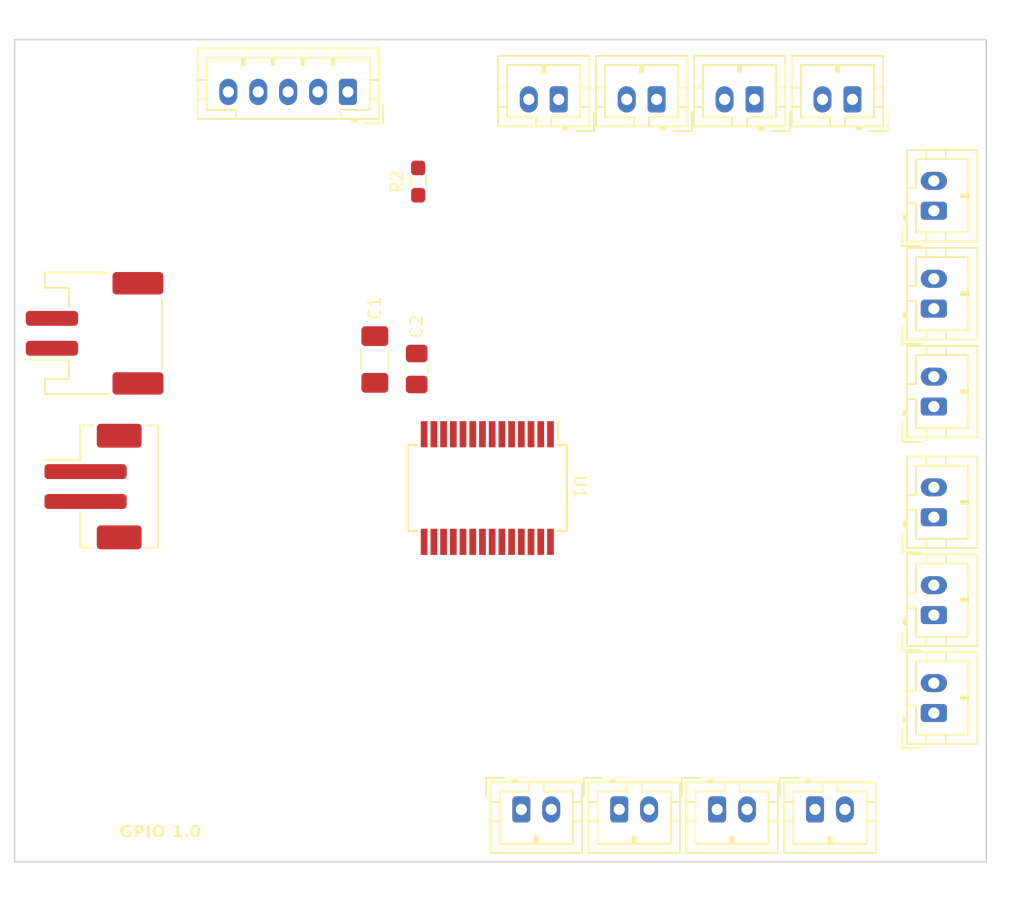
<source format=kicad_pcb>
(kicad_pcb (version 20240108) (generator "pcbnew") (generator_version "8.0")
  (layers (0 "F.Cu" signal) (31 "B.Cu" signal) (34 "B.Paste" user) (35 "F.Paste" user) (36 "B.SilkS" user "B.Silkscreen") (37 "F.SilkS" user "F.Silkscreen") (38 "B.Mask" user) (39 "F.Mask" user) (44 "Edge.Cuts" user))
  (net 0 "")
  (net 1 "GND")
  (net 2 "3V3")
  (net 3 "5V")
  (net 5 "SCL")
  (net 6 "SDA")
  (net 11 "INTB")
  (net 12 "INTA")
  (net 13 "GPA0")
  (net 14 "GPA1")
  (net 15 "GPA3")
  (net 16 "GPA4")
  (net 17 "GPA5")
  (net 18 "GPA6")
  (net 19 "GPA7")
  (net 20 "GPA2")
  (net 21 "GPB0")
  (net 22 "GPB1")
  (net 23 "GPB3")
  (net 24 "GPB4")
  (net 25 "GPB5")
  (net 26 "GPB6")
  (net 27 "GPB7")
  (net 28 "GPB2")
  (net 29 "RESET")
  (footprint "Connector_JST:JST_PH_B5B-PH-K_1x05_P2.00mm_Vertical" (layer "F.Cu") (at 108.2 67 180)
    (property "Reference" "J17" (hide yes))
    (property "Value" "Conn_01x05_Pin")
    (pad "1" thru_hole roundrect (at 0 0 180) (size 1.2 1.75) (drill 0.75) (layers "*.Cu" "*.Mask") (roundrect_rratio 0.2083333333) (net 5 "SCL"))
    (pad "2" thru_hole oval (at 2 0 180) (size 1.2 1.75) (drill 0.75) (layers "*.Cu" "*.Mask") (net 6 "SDA"))
    (pad "3" thru_hole oval (at 4 0 180) (size 1.2 1.75) (drill 0.75) (layers "*.Cu" "*.Mask") (net 11 "INTB"))
    (pad "4" thru_hole oval (at 6 0 180) (size 1.2 1.75) (drill 0.75) (layers "*.Cu" "*.Mask") (net 12 "INTA"))
    (pad "5" thru_hole oval (at 8 0 180) (size 1.2 1.75) (drill 0.75) (layers "*.Cu" "*.Mask") (net 29 "RESET"))
  )
  (footprint "Connector_JST:JST_PH_B2B-PH-K_1x02_P2.00mm_Vertical" (layer "F.Cu") (at 147.4 74.95 90)
    (property "Reference" "J7" (hide yes))
    (property "Value" "Conn_01x02_Pin")
    (pad "1" thru_hole roundrect (at 0 0 90) (size 1.2 1.75) (drill 0.75) (layers "*.Cu" "*.Mask") (roundrect_rratio 0.2083333333) (net 1 "GND"))
    (pad "2" thru_hole oval (at 2 0 90) (size 1.2 1.75) (drill 0.75) (layers "*.Cu" "*.Mask") (net 17 "GPA5"))
  )
  (footprint "Connector_JST:JST_PH_B2B-PH-K_1x02_P2.00mm_Vertical" (layer "F.Cu") (at 141.95 67.5 180)
    (property "Reference" "J6" (hide yes))
    (property "Value" "Conn_01x02_Pin")
    (pad "1" thru_hole roundrect (at 0 0 180) (size 1.2 1.75) (drill 0.75) (layers "*.Cu" "*.Mask") (roundrect_rratio 0.2083333333) (net 1 "GND"))
    (pad "2" thru_hole oval (at 2 0 180) (size 1.2 1.75) (drill 0.75) (layers "*.Cu" "*.Mask") (net 16 "GPA4"))
  )
  (footprint "Connector_JST:JST_PH_B2B-PH-K_1x02_P2.00mm_Vertical" (layer "F.Cu") (at 147.4 95.45 90)
    (property "Reference" "J10" (hide yes))
    (property "Value" "Conn_01x02_Pin")
    (pad "1" thru_hole roundrect (at 0 0 90) (size 1.2 1.75) (drill 0.75) (layers "*.Cu" "*.Mask") (roundrect_rratio 0.2083333333) (net 1 "GND"))
    (pad "2" thru_hole oval (at 2 0 90) (size 1.2 1.75) (drill 0.75) (layers "*.Cu" "*.Mask") (net 21 "GPB0"))
  )
  (footprint "MountingHole:MountingHole_3.2mm_M3" (layer "F.Cu") (at 88.4 66 90)
    (property "Reference" "H1" (hide yes))
    (property "Value" "MountingHole")
    (pad "" np_thru_hole circle (at 0 0 90) (size 3.2 3.2) (drill 3.2) (layers "*.Cu" "*.Mask"))
  )
  (footprint "MountingHole:MountingHole_3.2mm_M3" (layer "F.Cu") (at 88.4 116 90)
    (property "Reference" "H3" (hide yes))
    (property "Value" "MountingHole")
    (pad "" np_thru_hole circle (at 0 0 90) (size 3.2 3.2) (drill 3.2) (layers "*.Cu" "*.Mask"))
  )
  (footprint "MountingHole:MountingHole_3.2mm_M3" (layer "F.Cu") (at 148.4 66 90)
    (property "Reference" "H2" (hide yes))
    (property "Value" "MountingHole")
    (pad "" np_thru_hole circle (at 0 0 90) (size 3.2 3.2) (drill 3.2) (layers "*.Cu" "*.Mask"))
  )
  (footprint "Connector_JST:JST_PH_B2B-PH-K_1x02_P2.00mm_Vertical" (layer "F.Cu") (at 147.4 81.5 90)
    (property "Reference" "J8" (hide yes))
    (property "Value" "Conn_01x02_Pin")
    (pad "1" thru_hole roundrect (at 0 0 90) (size 1.2 1.75) (drill 0.75) (layers "*.Cu" "*.Mask") (roundrect_rratio 0.2083333333) (net 1 "GND"))
    (pad "2" thru_hole oval (at 2 0 90) (size 1.2 1.75) (drill 0.75) (layers "*.Cu" "*.Mask") (net 18 "GPA6"))
  )
  (footprint "Connector_JST:JST_PH_B2B-PH-K_1x02_P2.00mm_Vertical" (layer "F.Cu") (at 126.35 115)
    (property "Reference" "J15" (hide yes))
    (property "Value" "Conn_01x02_Pin")
    (pad "1" thru_hole roundrect (at 0 0) (size 1.2 1.75) (drill 0.75) (layers "*.Cu" "*.Mask") (roundrect_rratio 0.2083333333) (net 1 "GND"))
    (pad "2" thru_hole oval (at 2 0) (size 1.2 1.75) (drill 0.75) (layers "*.Cu" "*.Mask") (net 26 "GPB6"))
  )
  (footprint "Connector_JST:JST_PH_B2B-PH-K_1x02_P2.00mm_Vertical" (layer "F.Cu") (at 122.3 67.5 180)
    (property "Reference" "J1" (hide yes))
    (property "Value" "Conn_01x02_Pin")
    (pad "1" thru_hole roundrect (at 0 0 180) (size 1.2 1.75) (drill 0.75) (layers "*.Cu" "*.Mask") (roundrect_rratio 0.2083333333) (net 1 "GND"))
    (pad "2" thru_hole oval (at 2 0 180) (size 1.2 1.75) (drill 0.75) (layers "*.Cu" "*.Mask") (net 13 "GPA0"))
  )
  (footprint "Connector_JST:JST_PH_B2B-PH-K_1x02_P2.00mm_Vertical" (layer "F.Cu") (at 132.9 115)
    (property "Reference" "J14" (hide yes))
    (property "Value" "Conn_01x02_Pin")
    (pad "1" thru_hole roundrect (at 0 0) (size 1.2 1.75) (drill 0.75) (layers "*.Cu" "*.Mask") (roundrect_rratio 0.2083333333) (net 1 "GND"))
    (pad "2" thru_hole oval (at 2 0) (size 1.2 1.75) (drill 0.75) (layers "*.Cu" "*.Mask") (net 25 "GPB5"))
  )
  (footprint "Connector_JST:JST_PH_B2B-PH-K_1x02_P2.00mm_Vertical" (layer "F.Cu") (at 147.4 108.55 90)
    (property "Reference" "J12" (hide yes))
    (property "Value" "Conn_01x02_Pin")
    (pad "1" thru_hole roundrect (at 0 0 90) (size 1.2 1.75) (drill 0.75) (layers "*.Cu" "*.Mask") (roundrect_rratio 0.2083333333) (net 1 "GND"))
    (pad "2" thru_hole oval (at 2 0 90) (size 1.2 1.75) (drill 0.75) (layers "*.Cu" "*.Mask") (net 23 "GPB3"))
  )
  (footprint "Capacitor_SMD:C_0805_2012Metric_Pad1.18x1.45mm_HandSolder" (layer "F.Cu") (at 112.8 85.5375 -90)
    (property "Reference" "C2" (at -2.8375 0 90) (layer "F.SilkS") (effects (font (size 0.8 0.8) (thickness 0.1))))
    (property "Value" "10N")
    (pad "1" smd roundrect (at -1.0375 0 270) (size 1.175 1.45) (layers "F.Cu" "F.Paste" "F.Mask") (roundrect_rratio 0.2127659574) (net 1 "GND"))
    (pad "2" smd roundrect (at 1.0375 0 270) (size 1.175 1.45) (layers "F.Cu" "F.Paste" "F.Mask") (roundrect_rratio 0.2127659574) (net 2 "3V3"))
  )
  (footprint "Connector_JST:JST_PH_S2B-PH-SM4-TB_1x02-1MP_P2.00mm_Horizontal" (layer "F.Cu") (at 91.25 83.15 90)
    (property "Reference" "J3" (hide yes))
    (property "Value" "Conn_01x02_Pin")
    (pad "1" smd roundrect (at -1 -2.85 90) (size 1 3.5) (layers "F.Cu" "F.Paste" "F.Mask") (net 1 "GND"))
    (pad "2" smd roundrect (at 1 -2.85 90) (size 1 3.5) (layers "F.Cu" "F.Paste" "F.Mask") (net 2 "3V3"))
    (pad "MP" smd roundrect (at -3.35 2.9 90) (size 1.5 3.4) (layers "F.Cu" "F.Paste" "F.Mask") (roundrect_rratio 0.1666673333))
    (pad "MP" smd roundrect (at 3.35 2.9 90) (size 1.5 3.4) (layers "F.Cu" "F.Paste" "F.Mask") (roundrect_rratio 0.1666673333))
  )
  (footprint "Resistor_SMD:R_0603_1608Metric_Pad0.98x0.95mm_HandSolder" (layer "F.Cu") (at 112.9 73 90)
    (property "Reference" "R2" (at 0 -1.43 90) (layer "F.SilkS") (effects (font (size 0.8 0.8) (thickness 0.1))))
    (property "Value" "4.7K")
    (pad "1" smd roundrect (at -0.9125 0 90) (size 0.975 0.95) (layers "F.Cu" "F.Paste" "F.Mask") (net 1 "GND"))
    (pad "2" smd roundrect (at 0.9125 0 90) (size 0.975 0.95) (layers "F.Cu" "F.Paste" "F.Mask") (net 29 "RESET"))
  )
  (footprint "Capacitor_SMD:C_1206_3216Metric_Pad1.33x1.80mm_HandSolder" (layer "F.Cu") (at 110 84.9 -90)
    (property "Reference" "C1" (at -3.4375 0.02 90) (layer "F.SilkS") (effects (font (size 0.8 0.8) (thickness 0.1))))
    (property "Value" "10U")
    (pad "1" smd roundrect (at -1.5625 0 270) (size 1.325 1.8) (layers "F.Cu" "F.Paste" "F.Mask") (roundrect_rratio 0.1886792453) (net 1 "GND"))
    (pad "2" smd roundrect (at 1.5625 0 270) (size 1.325 1.8) (layers "F.Cu" "F.Paste" "F.Mask") (roundrect_rratio 0.1886792453) (net 2 "3V3"))
  )
  (footprint "Connector_JST:JST_PH_B2B-PH-K_1x02_P2.00mm_Vertical" (layer "F.Cu") (at 139.45 115)
    (property "Reference" "J13" (hide yes))
    (property "Value" "Conn_01x02_Pin")
    (pad "1" thru_hole roundrect (at 0 0) (size 1.2 1.75) (drill 0.75) (layers "*.Cu" "*.Mask") (roundrect_rratio 0.2083333333) (net 1 "GND"))
    (pad "2" thru_hole oval (at 2 0) (size 1.2 1.75) (drill 0.75) (layers "*.Cu" "*.Mask") (net 24 "GPB4"))
  )
  (footprint "Connector_JST:JST_PH_B2B-PH-K_1x02_P2.00mm_Vertical" (layer "F.Cu") (at 119.8 115)
    (property "Reference" "J16" (hide yes))
    (property "Value" "Conn_01x02_Pin")
    (pad "1" thru_hole roundrect (at 0 0) (size 1.2 1.75) (drill 0.75) (layers "*.Cu" "*.Mask") (roundrect_rratio 0.2083333333) (net 1 "GND"))
    (pad "2" thru_hole oval (at 2 0) (size 1.2 1.75) (drill 0.75) (layers "*.Cu" "*.Mask") (net 27 "GPB7"))
  )
  (footprint "Connector_JST:JST_PH_B2B-PH-K_1x02_P2.00mm_Vertical" (layer "F.Cu") (at 147.4 102 90)
    (property "Reference" "J11" (hide yes))
    (property "Value" "Conn_01x02_Pin")
    (pad "1" thru_hole roundrect (at 0 0 90) (size 1.2 1.75) (drill 0.75) (layers "*.Cu" "*.Mask") (roundrect_rratio 0.2083333333) (net 1 "GND"))
    (pad "2" thru_hole oval (at 2 0 90) (size 1.2 1.75) (drill 0.75) (layers "*.Cu" "*.Mask") (net 22 "GPB1"))
  )
  (footprint "Connector_JST:JST_PH_B2B-PH-K_1x02_P2.00mm_Vertical" (layer "F.Cu") (at 147.4 88.05 90)
    (property "Reference" "J9" (hide yes))
    (property "Value" "Conn_01x02_Pin")
    (pad "1" thru_hole roundrect (at 0 0 90) (size 1.2 1.75) (drill 0.75) (layers "*.Cu" "*.Mask") (roundrect_rratio 0.2083333333) (net 1 "GND"))
    (pad "2" thru_hole oval (at 2 0 90) (size 1.2 1.75) (drill 0.75) (layers "*.Cu" "*.Mask") (net 19 "GPA7"))
  )
  (footprint "MountingHole:MountingHole_3.2mm_M3" (layer "F.Cu") (at 148.4 116 90)
    (property "Reference" "H4" (hide yes))
    (property "Value" "MountingHole")
    (pad "" np_thru_hole circle (at 0 0 90) (size 3.2 3.2) (drill 3.2) (layers "*.Cu" "*.Mask"))
  )
  (footprint "Connector_JST:JST_PH_B2B-PH-K_1x02_P2.00mm_Vertical" (layer "F.Cu") (at 135.4 67.5 180)
    (property "Reference" "J5" (hide yes))
    (property "Value" "Conn_01x02_Pin")
    (pad "1" thru_hole roundrect (at 0 0 180) (size 1.2 1.75) (drill 0.75) (layers "*.Cu" "*.Mask") (roundrect_rratio 0.2083333333) (net 1 "GND"))
    (pad "2" thru_hole oval (at 2 0 180) (size 1.2 1.75) (drill 0.75) (layers "*.Cu" "*.Mask") (net 15 "GPA3"))
  )
  (footprint "Connector_JST:JST_PH_B2B-PH-SM4-TB_1x02-1MP_P2.00mm_Vertical" (layer "F.Cu") (at 91.15 93.4 -90)
    (property "Reference" "J4" (hide yes))
    (property "Value" "Conn_01x02_Pin")
    (pad "1" smd roundrect (at -1 0.5 270) (size 1 5.5) (layers "F.Cu" "F.Paste" "F.Mask") (net 1 "GND"))
    (pad "2" smd roundrect (at 1 0.5 270) (size 1 5.5) (layers "F.Cu" "F.Paste" "F.Mask") (net 3 "5V"))
    (pad "MP" smd roundrect (at -3.4 -1.75 270) (size 1.6 3) (layers "F.Cu" "F.Paste" "F.Mask") (roundrect_rratio 0.15625))
    (pad "MP" smd roundrect (at 3.4 -1.75 270) (size 1.6 3) (layers "F.Cu" "F.Paste" "F.Mask") (roundrect_rratio 0.15625))
  )
  (footprint "Package_SO:SSOP-28_5.3x10.2mm_P0.65mm" (layer "F.Cu") (at 117.525 93.5 -90)
    (property "Reference" "U1" (at -0.0625 -6.2 -90) (layer "F.SilkS") (effects (font (size 0.8 0.8) (thickness 0.1))))
    (property "Value" "MCP23017_SS")
    (pad "1" smd rect (at -3.6 -4.225 270) (size 1.75 0.45) (layers "F.Cu" "F.Paste" "F.Mask") (net 21 "GPB0"))
    (pad "2" smd rect (at -3.6 -3.575 270) (size 1.75 0.45) (layers "F.Cu" "F.Paste" "F.Mask") (net 22 "GPB1"))
    (pad "3" smd rect (at -3.6 -2.925 270) (size 1.75 0.45) (layers "F.Cu" "F.Paste" "F.Mask") (net 28 "GPB2"))
    (pad "4" smd rect (at -3.6 -2.275 270) (size 1.75 0.45) (layers "F.Cu" "F.Paste" "F.Mask") (net 23 "GPB3"))
    (pad "5" smd rect (at -3.6 -1.625 270) (size 1.75 0.45) (layers "F.Cu" "F.Paste" "F.Mask") (net 24 "GPB4"))
    (pad "6" smd rect (at -3.6 -0.975 270) (size 1.75 0.45) (layers "F.Cu" "F.Paste" "F.Mask") (net 25 "GPB5"))
    (pad "7" smd rect (at -3.6 -0.325 270) (size 1.75 0.45) (layers "F.Cu" "F.Paste" "F.Mask") (net 26 "GPB6"))
    (pad "8" smd rect (at -3.6 0.325 270) (size 1.75 0.45) (layers "F.Cu" "F.Paste" "F.Mask") (net 27 "GPB7"))
    (pad "9" smd rect (at -3.6 0.975 270) (size 1.75 0.45) (layers "F.Cu" "F.Paste" "F.Mask") (net 2 "3V3"))
    (pad "10" smd rect (at -3.6 1.625 270) (size 1.75 0.45) (layers "F.Cu" "F.Paste" "F.Mask") (net 1 "GND"))
    (pad "11" smd rect (at -3.6 2.275 270) (size 1.75 0.45) (layers "F.Cu" "F.Paste" "F.Mask"))
    (pad "12" smd rect (at -3.6 2.925 270) (size 1.75 0.45) (layers "F.Cu" "F.Paste" "F.Mask") (net 5 "SCL"))
    (pad "13" smd rect (at -3.6 3.575 270) (size 1.75 0.45) (layers "F.Cu" "F.Paste" "F.Mask") (net 6 "SDA"))
    (pad "14" smd rect (at -3.6 4.225 270) (size 1.75 0.45) (layers "F.Cu" "F.Paste" "F.Mask"))
    (pad "15" smd rect (at 3.6 4.225 270) (size 1.75 0.45) (layers "F.Cu" "F.Paste" "F.Mask"))
    (pad "16" smd rect (at 3.6 3.575 270) (size 1.75 0.45) (layers "F.Cu" "F.Paste" "F.Mask"))
    (pad "17" smd rect (at 3.6 2.925 270) (size 1.75 0.45) (layers "F.Cu" "F.Paste" "F.Mask"))
    (pad "18" smd rect (at 3.6 2.275 270) (size 1.75 0.45) (layers "F.Cu" "F.Paste" "F.Mask") (net 29 "RESET"))
    (pad "19" smd rect (at 3.6 1.625 270) (size 1.75 0.45) (layers "F.Cu" "F.Paste" "F.Mask") (net 11 "INTB"))
    (pad "20" smd rect (at 3.6 0.975 270) (size 1.75 0.45) (layers "F.Cu" "F.Paste" "F.Mask") (net 12 "INTA"))
    (pad "21" smd rect (at 3.6 0.325 270) (size 1.75 0.45) (layers "F.Cu" "F.Paste" "F.Mask") (net 13 "GPA0"))
    (pad "22" smd rect (at 3.6 -0.325 270) (size 1.75 0.45) (layers "F.Cu" "F.Paste" "F.Mask") (net 14 "GPA1"))
    (pad "23" smd rect (at 3.6 -0.975 270) (size 1.75 0.45) (layers "F.Cu" "F.Paste" "F.Mask") (net 20 "GPA2"))
    (pad "24" smd rect (at 3.6 -1.625 270) (size 1.75 0.45) (layers "F.Cu" "F.Paste" "F.Mask") (net 15 "GPA3"))
    (pad "25" smd rect (at 3.6 -2.275 270) (size 1.75 0.45) (layers "F.Cu" "F.Paste" "F.Mask") (net 16 "GPA4"))
    (pad "26" smd rect (at 3.6 -2.925 270) (size 1.75 0.45) (layers "F.Cu" "F.Paste" "F.Mask") (net 17 "GPA5"))
    (pad "27" smd rect (at 3.6 -3.575 270) (size 1.75 0.45) (layers "F.Cu" "F.Paste" "F.Mask") (net 18 "GPA6"))
    (pad "28" smd rect (at 3.6 -4.225 270) (size 1.75 0.45) (layers "F.Cu" "F.Paste" "F.Mask") (net 19 "GPA7"))
  )
  (footprint "Connector_JST:JST_PH_B2B-PH-K_1x02_P2.00mm_Vertical" (layer "F.Cu") (at 128.85 67.5 180)
    (property "Reference" "J2" (hide yes))
    (property "Value" "Conn_01x02_Pin")
    (pad "1" thru_hole roundrect (at 0 0 180) (size 1.2 1.75) (drill 0.75) (layers "*.Cu" "*.Mask") (roundrect_rratio 0.2083333333) (net 1 "GND"))
    (pad "2" thru_hole oval (at 2 0 180) (size 1.2 1.75) (drill 0.75) (layers "*.Cu" "*.Mask") (net 14 "GPA1"))
  )
  (gr_line (start 85.9 118.5) (end 150.9 118.5) (stroke (width 0.1)) (layer "Edge.Cuts"))
  (gr_line (start 85.9 63.5) (end 150.9 63.5) (stroke (width 0.1)) (layer "Edge.Cuts"))
  (gr_line (start 85.9 118.5) (end 85.9 63.5) (stroke (width 0.1)) (layer "Edge.Cuts"))
  (gr_line (start 150.9 63.5) (end 150.9 118.5) (stroke (width 0.1)) (layer "Edge.Cuts"))
  (gr_text "GPIO 1.0" (at 92.9 117 0) (layer "F.SilkS") (effects (font (size 0.8 0.8) (thickness 0.1) (bold yes)) (justify left bottom)))
)
</source>
